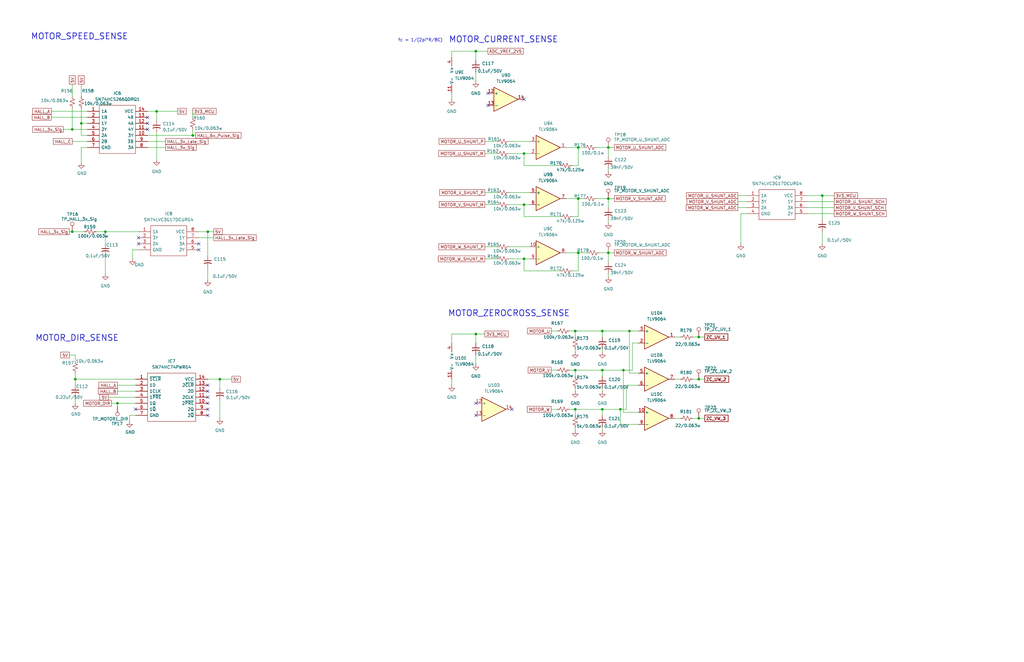
<source format=kicad_sch>
(kicad_sch (version 20250114) (generator "eeschema") (generator_version "9.0")
  (paper "B")
  (lib_symbols
    (symbol "Amplifier_Operational:TLV9064" (pin_names (offset 0.127))
      (property "Reference" "U" (at 0 5.08 0))
      (property "Value" "TLV9064" (at 0 -5.08 0))
      (symbol "TLV9064_1_1"
        (pin input line (at -7.62 2.54 0) (length 2.54) (name "+") (number "3"))
        (pin input line (at -7.62 -2.54 0) (length 2.54) (name "-") (number "2"))
        (pin output line (at 7.62 0 180) (length 2.54) (name "~") (number "1"))
      )
      (symbol "TLV9064_2_1"
        (pin input line (at -7.62 2.54 0) (length 2.54) (name "+") (number "5"))
        (pin input line (at -7.62 -2.54 0) (length 2.54) (name "-") (number "6"))
        (pin output line (at 7.62 0 180) (length 2.54) (name "~") (number "7"))
      )
      (symbol "TLV9064_3_1"
        (pin input line (at -7.62 2.54 0) (length 2.54) (name "+") (number "10"))
        (pin input line (at -7.62 -2.54 0) (length 2.54) (name "-") (number "9"))
        (pin output line (at 7.62 0 180) (length 2.54) (name "~") (number "8"))
      )
      (symbol "TLV9064_4_1"
        (pin input line (at -7.62 2.54 0) (length 2.54) (name "+") (number "12"))
        (pin input line (at -7.62 -2.54 0) (length 2.54) (name "-") (number "13"))
        (pin output line (at 7.62 0 180) (length 2.54) (name "~") (number "14"))
      )
      (symbol "TLV9064_5_1"
        (pin power_in line (at -2.54 7.62 270) (length 3.81) (name "V+") (number "4"))
        (pin power_in line (at -2.54 -7.62 90) (length 3.81) (name "V-") (number "11"))
      )
    )
    (symbol "Connector:TestPoint" (pin_numbers (hide yes)) (pin_names (offset 0.762) (hide yes))
      (property "Reference" "TP" (at 0 6.858 0))
      (property "Value" "TestPoint" (at 0 5.08 0))
      (symbol "TestPoint_1_1"
        (pin passive line (at 0 0 90) (length 2.54) (name "1") (number "1"))
      )
    )
    (symbol "Device:C_Small_US" (pin_numbers (hide yes)) (pin_names (offset 0.254) (hide yes))
      (property "Reference" "C" (at 0.254 1.778 0))
      (property "Value" "C_Small_US" (at 0.254 -2.032 0))
      (symbol "C_Small_US_1_1"
        (pin passive line (at 0 2.54 270) (length 2.032) (name "~") (number "1"))
        (pin passive line (at 0 -2.54 90) (length 2.032) (name "~") (number "2"))
      )
    )
    (symbol "Device:R_Small_US" (pin_numbers (hide yes)) (pin_names (offset 0.254) (hide yes))
      (property "Reference" "R" (at 0.762 0.508 0))
      (property "Value" "R_Small_US" (at 0.762 -1.016 0))
      (symbol "R_Small_US_1_1"
        (pin passive line (at 0 2.54 270) (length 1.016) (name "~") (number "1"))
        (pin passive line (at 0 -2.54 90) (length 1.016) (name "~") (number "2"))
      )
    )
    (symbol "SamacSys_Parts:SN74HC74PWRG4" (pin_names (offset 0.762))
      (property "Reference" "IC" (at 26.67 7.62 0))
      (property "Value" "SN74HC74PWRG4" (at 26.67 5.08 0))
      (symbol "SN74HC74PWRG4_0_0"
        (pin passive line (at 0 0 0) (length 5.08) (name "~{1CLR}") (number "1"))
        (pin passive line (at 0 -2.54 0) (length 5.08) (name "1D") (number "2"))
        (pin passive line (at 0 -5.08 0) (length 5.08) (name "1CLK") (number "3"))
        (pin passive line (at 0 -7.62 0) (length 5.08) (name "1~{PRE}") (number "4"))
        (pin passive line (at 0 -10.16 0) (length 5.08) (name "1Q") (number "5"))
        (pin passive line (at 0 -12.7 0) (length 5.08) (name "1~{Q}") (number "6"))
        (pin passive line (at 0 -15.24 0) (length 5.08) (name "GND") (number "7"))
        (pin passive line (at 30.48 0 180) (length 5.08) (name "VCC") (number "14"))
        (pin passive line (at 30.48 -2.54 180) (length 5.08) (name "2~{CLR}") (number "13"))
        (pin passive line (at 30.48 -5.08 180) (length 5.08) (name "2D") (number "12"))
        (pin passive line (at 30.48 -7.62 180) (length 5.08) (name "2CLK") (number "11"))
        (pin passive line (at 30.48 -10.16 180) (length 5.08) (name "2~{PRE}") (number "10"))
        (pin passive line (at 30.48 -12.7 180) (length 5.08) (name "2Q") (number "9"))
        (pin passive line (at 30.48 -15.24 180) (length 5.08) (name "2~{Q}") (number "8"))
      )
    )
    (symbol "SamacSys_Parts:SN74HCS266QDRQ1" (pin_names (offset 0.762))
      (property "Reference" "IC" (at 21.59 7.62 0))
      (property "Value" "SN74HCS266QDRQ1" (at 21.59 5.08 0))
      (symbol "SN74HCS266QDRQ1_0_0"
        (pin passive line (at 0 0 0) (length 5.08) (name "1A") (number "1"))
        (pin passive line (at 0 -2.54 0) (length 5.08) (name "1B") (number "2"))
        (pin passive line (at 0 -5.08 0) (length 5.08) (name "1Y") (number "3"))
        (pin passive line (at 0 -7.62 0) (length 5.08) (name "2Y") (number "4"))
        (pin passive line (at 0 -10.16 0) (length 5.08) (name "2A") (number "5"))
        (pin passive line (at 0 -12.7 0) (length 5.08) (name "2B") (number "6"))
        (pin passive line (at 0 -15.24 0) (length 5.08) (name "GND") (number "7"))
        (pin passive line (at 25.4 0 180) (length 5.08) (name "VCC") (number "14"))
        (pin passive line (at 25.4 -2.54 180) (length 5.08) (name "4B") (number "13"))
        (pin passive line (at 25.4 -5.08 180) (length 5.08) (name "4A") (number "12"))
        (pin passive line (at 25.4 -7.62 180) (length 5.08) (name "4Y") (number "11"))
        (pin passive line (at 25.4 -10.16 180) (length 5.08) (name "3Y") (number "10"))
        (pin passive line (at 25.4 -12.7 180) (length 5.08) (name "3B") (number "9"))
        (pin passive line (at 25.4 -15.24 180) (length 5.08) (name "3A") (number "8"))
      )
    )
    (symbol "SamacSys_Parts:SN74LVC3G17DCURG4" (pin_names (offset 0.762))
      (property "Reference" "IC" (at 21.59 7.62 0))
      (property "Value" "SN74LVC3G17DCURG4" (at 21.59 5.08 0))
      (symbol "SN74LVC3G17DCURG4_0_0"
        (pin passive line (at 0 0 0) (length 5.08) (name "1A") (number "1"))
        (pin passive line (at 0 -2.54 0) (length 5.08) (name "3Y") (number "2"))
        (pin passive line (at 0 -5.08 0) (length 5.08) (name "2A") (number "3"))
        (pin passive line (at 0 -7.62 0) (length 5.08) (name "GND") (number "4"))
        (pin passive line (at 25.4 0 180) (length 5.08) (name "VCC") (number "8"))
        (pin passive line (at 25.4 -2.54 180) (length 5.08) (name "1Y") (number "7"))
        (pin passive line (at 25.4 -5.08 180) (length 5.08) (name "3A") (number "6"))
        (pin passive line (at 25.4 -7.62 180) (length 5.08) (name "2Y") (number "5"))
      )
    )
    (symbol "power:GND" (power) (pin_numbers (hide yes)) (pin_names (offset 0) (hide yes))
      (property "Value" "GND" (at 0 -3.81 0))
      (symbol "GND_1_1"
        (pin power_in line (at 0 0 270) (length 0) (name "~") (number "1"))
      )
    )
  )
  (text "MOTOR_SPEED_SENSE" (at 33.528 15.494 0) (effects (font (size 2.54 2.54) (thickness 0.254) (bold yes))))
  (text "MOTOR_DIR_SENSE" (at 32.512 142.748 0) (effects (font (size 2.54 2.54) (thickness 0.254) (bold yes))))
  (text "MOTOR_CURRENT_SENSE" (at 212.344 16.764 0) (effects (font (size 2.54 2.54) (thickness 0.254) (bold yes))))
  (text "fc = 1/(2pi*R/8C)" (at 177.292 17.018 0) (effects (font (size 1.27 1.27))))
  (text "MOTOR_ZEROCROSS_SENSE" (at 214.63 132.334 0) (effects (font (size 2.54 2.54) (thickness 0.254) (bold yes))))
  (junction (at 261.62 172.72))
  (junction (at 254 172.72))
  (junction (at 30.48 54.61))
  (junction (at 66.04 46.99))
  (junction (at 49.53 170.18))
  (junction (at 243.84 83.82))
  (junction (at 346.71 82.55))
  (junction (at 254 139.7))
  (junction (at 200.66 140.97))
  (junction (at 44.45 97.79))
  (junction (at 242.57 172.72))
  (junction (at 220.98 109.22))
  (junction (at 220.98 86.36))
  (junction (at 200.66 21.59))
  (junction (at 30.48 97.79))
  (junction (at 256.54 62.23))
  (junction (at 31.75 160.02))
  (junction (at 243.84 106.68))
  (junction (at 294.64 142.24))
  (junction (at 262.89 156.21))
  (junction (at 220.98 64.77))
  (junction (at 256.54 83.82))
  (junction (at 265.43 139.7))
  (junction (at 92.71 160.02))
  (junction (at 242.57 156.21))
  (junction (at 34.29 52.07))
  (junction (at 294.64 176.53))
  (junction (at 254 156.21))
  (junction (at 81.28 57.15))
  (junction (at 242.57 139.7))
  (junction (at 243.84 62.23))
  (junction (at 294.64 160.02))
  (junction (at 256.54 106.68))
  (junction (at 87.63 97.79))
  (no_connect (at 62.23 52.07))
  (no_connect (at 220.98 41.91))
  (no_connect (at 83.82 102.87))
  (no_connect (at 62.23 49.53))
  (no_connect (at 57.15 172.72))
  (no_connect (at 58.42 102.87))
  (no_connect (at 87.63 175.26))
  (no_connect (at 205.74 44.45))
  (no_connect (at 87.63 162.56))
  (no_connect (at 87.63 172.72))
  (no_connect (at 87.63 170.18))
  (no_connect (at 215.9 172.72))
  (no_connect (at 58.42 100.33))
  (no_connect (at 62.23 54.61))
  (no_connect (at 83.82 105.41))
  (no_connect (at 200.66 170.18))
  (no_connect (at 205.74 39.37))
  (no_connect (at 200.66 175.26))
  (no_connect (at 87.63 165.1))
  (no_connect (at 87.63 167.64))
  (wire (pts (xy 26.67 54.61) (xy 30.48 54.61)))
  (wire (pts (xy 55.88 105.41) (xy 58.42 105.41)))
  (wire (pts (xy 204.47 104.14) (xy 209.55 104.14)))
  (wire (pts (xy 236.22 69.85) (xy 220.98 69.85)))
  (wire (pts (xy 340.36 85.09) (xy 351.79 85.09)))
  (wire (pts (xy 254 172.72) (xy 242.57 172.72)))
  (wire (pts (xy 254 158.75) (xy 254 156.21)))
  (wire (pts (xy 256.54 106.68) (xy 259.08 106.68)))
  (wire (pts (xy 340.36 90.17) (xy 351.79 90.17)))
  (wire (pts (xy 66.04 50.8) (xy 66.04 46.99)))
  (wire (pts (xy 190.5 160.02) (xy 190.5 162.56)))
  (wire (pts (xy 254 139.7) (xy 242.57 139.7)))
  (wire (pts (xy 294.64 160.02) (xy 297.18 160.02)))
  (wire (pts (xy 87.63 107.95) (xy 87.63 97.79)))
  (wire (pts (xy 81.28 46.99) (xy 81.28 49.53)))
  (wire (pts (xy 254 175.26) (xy 254 172.72)))
  (wire (pts (xy 34.29 35.56) (xy 34.29 40.64)))
  (wire (pts (xy 254 142.24) (xy 254 139.7)))
  (wire (pts (xy 30.48 45.72) (xy 30.48 54.61)))
  (wire (pts (xy 236.22 91.44) (xy 220.98 91.44)))
  (wire (pts (xy 238.76 83.82) (xy 243.84 83.82)))
  (wire (pts (xy 265.43 139.7) (xy 254 139.7)))
  (wire (pts (xy 200.66 140.97) (xy 190.5 140.97)))
  (wire (pts (xy 240.03 172.72) (xy 242.57 172.72)))
  (wire (pts (xy 40.64 97.79) (xy 44.45 97.79)))
  (wire (pts (xy 243.84 83.82) (xy 243.84 91.44)))
  (wire (pts (xy 54.61 177.8) (xy 54.61 175.26)))
  (wire (pts (xy 254 163.83) (xy 254 165.1)))
  (wire (pts (xy 311.15 87.63) (xy 314.96 87.63)))
  (wire (pts (xy 269.24 173.99) (xy 262.89 173.99)))
  (wire (pts (xy 232.41 139.7) (xy 234.95 139.7)))
  (wire (pts (xy 284.48 142.24) (xy 287.02 142.24)))
  (wire (pts (xy 243.84 91.44) (xy 241.3 91.44)))
  (wire (pts (xy 292.1 176.53) (xy 294.64 176.53)))
  (wire (pts (xy 266.7 156.21) (xy 262.89 156.21)))
  (wire (pts (xy 204.47 81.28) (xy 209.55 81.28)))
  (wire (pts (xy 269.24 179.07) (xy 261.62 179.07)))
  (wire (pts (xy 251.46 83.82) (xy 256.54 83.82)))
  (wire (pts (xy 256.54 115.57) (xy 256.54 116.84)))
  (wire (pts (xy 214.63 81.28) (xy 223.52 81.28)))
  (wire (pts (xy 45.72 167.64) (xy 57.15 167.64)))
  (wire (pts (xy 242.57 163.83) (xy 242.57 165.1)))
  (wire (pts (xy 62.23 46.99) (xy 66.04 46.99)))
  (wire (pts (xy 190.5 39.37) (xy 190.5 41.91)))
  (wire (pts (xy 246.38 83.82) (xy 243.84 83.82)))
  (wire (pts (xy 62.23 59.69) (xy 69.85 59.69)))
  (wire (pts (xy 214.63 109.22) (xy 220.98 109.22)))
  (wire (pts (xy 205.74 21.59) (xy 200.66 21.59)))
  (wire (pts (xy 340.36 87.63) (xy 351.79 87.63)))
  (wire (pts (xy 220.98 69.85) (xy 220.98 64.77)))
  (wire (pts (xy 29.21 97.79) (xy 30.48 97.79)))
  (wire (pts (xy 87.63 97.79) (xy 90.17 97.79)))
  (wire (pts (xy 262.89 156.21) (xy 254 156.21)))
  (wire (pts (xy 200.66 149.86) (xy 200.66 153.67)))
  (wire (pts (xy 243.84 106.68) (xy 243.84 114.3)))
  (wire (pts (xy 236.22 114.3) (xy 220.98 114.3)))
  (wire (pts (xy 62.23 62.23) (xy 69.85 62.23)))
  (wire (pts (xy 294.64 142.24) (xy 297.18 142.24)))
  (wire (pts (xy 44.45 97.79) (xy 44.45 102.87)))
  (wire (pts (xy 204.47 64.77) (xy 209.55 64.77)))
  (wire (pts (xy 66.04 46.99) (xy 74.93 46.99)))
  (wire (pts (xy 204.47 59.69) (xy 209.55 59.69)))
  (wire (pts (xy 34.29 45.72) (xy 34.29 52.07)))
  (wire (pts (xy 30.48 35.56) (xy 30.48 40.64)))
  (wire (pts (xy 49.53 162.56) (xy 57.15 162.56)))
  (wire (pts (xy 256.54 66.04) (xy 256.54 62.23)))
  (wire (pts (xy 292.1 160.02) (xy 294.64 160.02)))
  (wire (pts (xy 220.98 91.44) (xy 220.98 86.36)))
  (wire (pts (xy 190.5 140.97) (xy 190.5 144.78)))
  (wire (pts (xy 294.64 176.53) (xy 297.18 176.53)))
  (wire (pts (xy 49.53 170.18) (xy 57.15 170.18)))
  (wire (pts (xy 284.48 160.02) (xy 287.02 160.02)))
  (wire (pts (xy 55.88 109.22) (xy 55.88 105.41)))
  (wire (pts (xy 262.89 173.99) (xy 262.89 156.21)))
  (wire (pts (xy 243.84 69.85) (xy 243.84 62.23)))
  (wire (pts (xy 243.84 114.3) (xy 241.3 114.3)))
  (wire (pts (xy 36.83 52.07) (xy 34.29 52.07)))
  (wire (pts (xy 256.54 62.23) (xy 259.08 62.23)))
  (wire (pts (xy 31.75 167.64) (xy 31.75 170.18)))
  (wire (pts (xy 214.63 64.77) (xy 220.98 64.77)))
  (wire (pts (xy 190.5 21.59) (xy 190.5 24.13)))
  (wire (pts (xy 340.36 82.55) (xy 346.71 82.55)))
  (wire (pts (xy 232.41 156.21) (xy 234.95 156.21)))
  (wire (pts (xy 238.76 62.23) (xy 243.84 62.23)))
  (wire (pts (xy 21.59 46.99) (xy 36.83 46.99)))
  (wire (pts (xy 92.71 168.91) (xy 92.71 176.53)))
  (wire (pts (xy 204.47 86.36) (xy 209.55 86.36)))
  (wire (pts (xy 311.15 82.55) (xy 314.96 82.55)))
  (wire (pts (xy 34.29 68.58) (xy 34.29 62.23)))
  (wire (pts (xy 81.28 57.15) (xy 82.55 57.15)))
  (wire (pts (xy 21.59 49.53) (xy 36.83 49.53)))
  (wire (pts (xy 238.76 106.68) (xy 243.84 106.68)))
  (wire (pts (xy 83.82 100.33) (xy 90.17 100.33)))
  (wire (pts (xy 242.57 156.21) (xy 242.57 158.75)))
  (wire (pts (xy 346.71 92.71) (xy 346.71 82.55)))
  (wire (pts (xy 81.28 54.61) (xy 81.28 57.15)))
  (wire (pts (xy 220.98 64.77) (xy 223.52 64.77)))
  (wire (pts (xy 269.24 157.48) (xy 265.43 157.48)))
  (wire (pts (xy 31.75 160.02) (xy 57.15 160.02)))
  (wire (pts (xy 252.73 106.68) (xy 256.54 106.68)))
  (wire (pts (xy 256.54 92.71) (xy 256.54 93.98)))
  (wire (pts (xy 34.29 52.07) (xy 34.29 57.15)))
  (wire (pts (xy 240.03 156.21) (xy 242.57 156.21)))
  (wire (pts (xy 46.99 170.18) (xy 49.53 170.18)))
  (wire (pts (xy 92.71 163.83) (xy 92.71 160.02)))
  (wire (pts (xy 242.57 139.7) (xy 242.57 142.24)))
  (wire (pts (xy 200.66 25.4) (xy 200.66 21.59)))
  (wire (pts (xy 49.53 165.1) (xy 57.15 165.1)))
  (wire (pts (xy 240.03 139.7) (xy 242.57 139.7)))
  (wire (pts (xy 214.63 104.14) (xy 223.52 104.14)))
  (wire (pts (xy 265.43 139.7) (xy 269.24 139.7)))
  (wire (pts (xy 204.47 109.22) (xy 209.55 109.22)))
  (wire (pts (xy 256.54 72.39) (xy 256.54 71.12)))
  (wire (pts (xy 200.66 21.59) (xy 190.5 21.59)))
  (wire (pts (xy 264.16 162.56) (xy 264.16 172.72)))
  (wire (pts (xy 54.61 175.26) (xy 57.15 175.26)))
  (wire (pts (xy 266.7 144.78) (xy 266.7 156.21)))
  (wire (pts (xy 254 156.21) (xy 242.57 156.21)))
  (wire (pts (xy 346.71 97.79) (xy 346.71 102.87)))
  (wire (pts (xy 87.63 160.02) (xy 92.71 160.02)))
  (wire (pts (xy 312.42 90.17) (xy 314.96 90.17)))
  (wire (pts (xy 220.98 86.36) (xy 223.52 86.36)))
  (wire (pts (xy 83.82 97.79) (xy 87.63 97.79)))
  (wire (pts (xy 34.29 62.23) (xy 36.83 62.23)))
  (wire (pts (xy 242.57 147.32) (xy 242.57 148.59)))
  (wire (pts (xy 284.48 176.53) (xy 287.02 176.53)))
  (wire (pts (xy 34.29 57.15) (xy 36.83 57.15)))
  (wire (pts (xy 30.48 97.79) (xy 35.56 97.79)))
  (wire (pts (xy 265.43 157.48) (xy 265.43 139.7)))
  (wire (pts (xy 256.54 83.82) (xy 259.08 83.82)))
  (wire (pts (xy 92.71 160.02) (xy 97.79 160.02)))
  (wire (pts (xy 292.1 142.24) (xy 294.64 142.24)))
  (wire (pts (xy 346.71 82.55) (xy 351.79 82.55)))
  (wire (pts (xy 220.98 109.22) (xy 220.98 114.3)))
  (wire (pts (xy 242.57 180.34) (xy 242.57 181.61)))
  (wire (pts (xy 66.04 55.88) (xy 66.04 67.31)))
  (wire (pts (xy 269.24 144.78) (xy 266.7 144.78)))
  (wire (pts (xy 200.66 144.78) (xy 200.66 140.97)))
  (wire (pts (xy 269.24 162.56) (xy 264.16 162.56)))
  (wire (pts (xy 246.38 62.23) (xy 243.84 62.23)))
  (wire (pts (xy 31.75 160.02) (xy 31.75 162.56)))
  (wire (pts (xy 261.62 172.72) (xy 254 172.72)))
  (wire (pts (xy 30.48 54.61) (xy 36.83 54.61)))
  (wire (pts (xy 311.15 85.09) (xy 314.96 85.09)))
  (wire (pts (xy 232.41 172.72) (xy 234.95 172.72)))
  (wire (pts (xy 251.46 62.23) (xy 256.54 62.23)))
  (wire (pts (xy 256.54 110.49) (xy 256.54 106.68)))
  (wire (pts (xy 264.16 172.72) (xy 261.62 172.72)))
  (wire (pts (xy 220.98 109.22) (xy 223.52 109.22)))
  (wire (pts (xy 261.62 179.07) (xy 261.62 172.72)))
  (wire (pts (xy 242.57 172.72) (xy 242.57 175.26)))
  (wire (pts (xy 214.63 86.36) (xy 220.98 86.36)))
  (wire (pts (xy 31.75 157.48) (xy 31.75 160.02)))
  (wire (pts (xy 62.23 57.15) (xy 81.28 57.15)))
  (wire (pts (xy 29.21 149.86) (xy 31.75 149.86)))
  (wire (pts (xy 87.63 113.03) (xy 87.63 118.11)))
  (wire (pts (xy 254 180.34) (xy 254 181.61)))
  (wire (pts (xy 247.65 106.68) (xy 243.84 106.68)))
  (wire (pts (xy 31.75 149.86) (xy 31.75 152.4)))
  (wire (pts (xy 254 147.32) (xy 254 148.59)))
  (wire (pts (xy 241.3 69.85) (xy 243.84 69.85)))
  (wire (pts (xy 49.53 171.45) (xy 49.53 170.18)))
  (wire (pts (xy 30.48 59.69) (xy 36.83 59.69)))
  (wire (pts (xy 44.45 107.95) (xy 44.45 115.57)))
  (wire (pts (xy 204.47 140.97) (xy 200.66 140.97)))
  (wire (pts (xy 214.63 59.69) (xy 223.52 59.69)))
  (wire (pts (xy 312.42 102.87) (xy 312.42 90.17)))
  (wire (pts (xy 256.54 87.63) (xy 256.54 83.82)))
  (wire (pts (xy 44.45 97.79) (xy 58.42 97.79)))
  (wire (pts (xy 200.66 30.48) (xy 200.66 34.29)))
  (global_label "MOTOR_W" (shape passive) (at 232.41 172.72 180) (property "Intersheetrefs" "${INTERSHEET_REFS}" (effects (hide yes))))
  (global_label "5V" (shape passive) (at 97.79 160.02 0) (property "Intersheetrefs" "${INTERSHEET_REFS}" (effects (hide yes))))
  (global_label "MOTOR_V" (shape passive) (at 232.41 156.21 180) (property "Intersheetrefs" "${INTERSHEET_REFS}" (effects (hide yes))))
  (global_label "MOTOR_V_SHUNT_ADC" (shape passive) (at 259.08 83.82 0) (property "Intersheetrefs" "${INTERSHEET_REFS}" (effects (hide yes))))
  (global_label "MOTOR_U_SHUNT_SCH" (shape passive) (at 351.79 85.09 0) (property "Intersheetrefs" "${INTERSHEET_REFS}" (effects (hide yes))))
  (global_label "ADC_VREF_2V5" (shape passive) (at 205.74 21.59 0) (property "Intersheetrefs" "${INTERSHEET_REFS}" (effects (hide yes))))
  (global_label "MOTOR_W_SHUNT_ADC" (shape passive) (at 311.15 87.63 180) (property "Intersheetrefs" "${INTERSHEET_REFS}" (effects (hide yes))))
  (global_label "MOTOR_W_SHUNT_M" (shape passive) (at 204.47 109.22 180) (property "Intersheetrefs" "${INTERSHEET_REFS}" (effects (hide yes))))
  (global_label "5V" (shape passive) (at 29.21 149.86 180) (property "Intersheetrefs" "${INTERSHEET_REFS}" (effects (hide yes))))
  (global_label "5V" (shape passive) (at 90.17 97.79 0) (property "Intersheetrefs" "${INTERSHEET_REFS}" (effects (hide yes))))
  (global_label "3V3_MCU" (shape passive) (at 351.79 82.55 0) (property "Intersheetrefs" "${INTERSHEET_REFS}" (effects (hide yes))))
  (global_label "MOTOR_V_SHUNT_ADC" (shape passive) (at 311.15 85.09 180) (property "Intersheetrefs" "${INTERSHEET_REFS}" (effects (hide yes))))
  (global_label "HALL_3x_Late_Sig" (shape passive) (at 90.17 100.33 0) (property "Intersheetrefs" "${INTERSHEET_REFS}" (effects (hide yes))))
  (global_label "MOTOR_V_SHUNT_M" (shape passive) (at 204.47 86.36 180) (property "Intersheetrefs" "${INTERSHEET_REFS}" (effects (hide yes))))
  (global_label "ZC_UV_1" (shape passive) (at 297.18 142.24 0) (effects (font (thickness 0.254) (bold yes))) (property "Intersheetrefs" "${INTERSHEET_REFS}" (effects (hide yes))))
  (global_label "5V" (shape passive) (at 30.48 35.56 90) (property "Intersheetrefs" "${INTERSHEET_REFS}" (effects (hide yes))))
  (global_label "5V" (shape passive) (at 74.93 46.99 0) (property "Intersheetrefs" "${INTERSHEET_REFS}" (effects (hide yes))))
  (global_label "MOTOR_V_SHUNT_P" (shape passive) (at 204.47 81.28 180) (property "Intersheetrefs" "${INTERSHEET_REFS}" (effects (hide yes))))
  (global_label "5V" (shape passive) (at 34.29 35.56 90) (property "Intersheetrefs" "${INTERSHEET_REFS}" (effects (hide yes))))
  (global_label "HALL_3x_Sig" (shape passive) (at 69.85 62.23 0) (property "Intersheetrefs" "${INTERSHEET_REFS}" (effects (hide yes))))
  (global_label "3V3_MCU" (shape passive) (at 204.47 140.97 0) (property "Intersheetrefs" "${INTERSHEET_REFS}" (effects (hide yes))))
  (global_label "ZC_VW_3" (shape passive) (at 297.18 176.53 0) (effects (font (thickness 0.254) (bold yes))) (property "Intersheetrefs" "${INTERSHEET_REFS}" (effects (hide yes))))
  (global_label "HALL_3x_Sig" (shape passive) (at 29.21 97.79 180) (property "Intersheetrefs" "${INTERSHEET_REFS}" (effects (hide yes))))
  (global_label "MOTOR_U_SHUNT_P" (shape passive) (at 204.47 59.69 180) (property "Intersheetrefs" "${INTERSHEET_REFS}" (effects (hide yes))))
  (global_label "MOTOR_U_SHUNT_M" (shape passive) (at 204.47 64.77 180) (property "Intersheetrefs" "${INTERSHEET_REFS}" (effects (hide yes))))
  (global_label "3V3_MCU" (shape passive) (at 81.28 46.99 0) (property "Intersheetrefs" "${INTERSHEET_REFS}" (effects (hide yes))))
  (global_label "HALL_A" (shape passive) (at 21.59 46.99 180) (property "Intersheetrefs" "${INTERSHEET_REFS}" (effects (hide yes))))
  (global_label "MOTOR_W_SHUNT_P" (shape passive) (at 204.47 104.14 180) (property "Intersheetrefs" "${INTERSHEET_REFS}" (effects (hide yes))))
  (global_label "MOTOR_V_SHUNT_SCH" (shape passive) (at 351.79 87.63 0) (property "Intersheetrefs" "${INTERSHEET_REFS}" (effects (hide yes))))
  (global_label "HALL_6x_Pulse_Sig" (shape passive) (at 82.55 57.15 0) (property "Intersheetrefs" "${INTERSHEET_REFS}" (effects (hide yes))))
  (global_label "MOTOR_U" (shape passive) (at 232.41 139.7 180) (property "Intersheetrefs" "${INTERSHEET_REFS}" (effects (hide yes))))
  (global_label "HALL_3x_Sig" (shape passive) (at 26.67 54.61 180) (property "Intersheetrefs" "${INTERSHEET_REFS}" (effects (hide yes))))
  (global_label "MOTOR_W_SHUNT_ADC" (shape passive) (at 259.08 106.68 0) (property "Intersheetrefs" "${INTERSHEET_REFS}" (effects (hide yes))))
  (global_label "MOTOR_DIR" (shape passive) (at 46.99 170.18 180) (property "Intersheetrefs" "${INTERSHEET_REFS}" (effects (hide yes))))
  (global_label "HALL_B" (shape passive) (at 21.59 49.53 180) (property "Intersheetrefs" "${INTERSHEET_REFS}" (effects (hide yes))))
  (global_label "HALL_B" (shape passive) (at 49.53 165.1 180) (property "Intersheetrefs" "${INTERSHEET_REFS}" (effects (hide yes))))
  (global_label "MOTOR_W_SHUNT_SCH" (shape passive) (at 351.79 90.17 0) (property "Intersheetrefs" "${INTERSHEET_REFS}" (effects (hide yes))))
  (global_label "ZC_UW_2" (shape passive) (at 297.18 160.02 0) (effects (font (thickness 0.254) (bold yes))) (property "Intersheetrefs" "${INTERSHEET_REFS}" (effects (hide yes))))
  (global_label "5V" (shape passive) (at 45.72 167.64 180) (property "Intersheetrefs" "${INTERSHEET_REFS}" (effects (hide yes))))
  (global_label "HALL_A" (shape passive) (at 49.53 162.56 180) (property "Intersheetrefs" "${INTERSHEET_REFS}" (effects (hide yes))))
  (global_label "MOTOR_U_SHUNT_ADC" (shape passive) (at 311.15 82.55 180) (property "Intersheetrefs" "${INTERSHEET_REFS}" (effects (hide yes))))
  (global_label "MOTOR_U_SHUNT_ADC" (shape passive) (at 259.08 62.23 0) (property "Intersheetrefs" "${INTERSHEET_REFS}" (effects (hide yes))))
  (global_label "HALL_3x_Late_Sig" (shape passive) (at 69.85 59.69 0) (property "Intersheetrefs" "${INTERSHEET_REFS}" (effects (hide yes))))
  (global_label "HALL_C" (shape passive) (at 30.48 59.69 180) (property "Intersheetrefs" "${INTERSHEET_REFS}" (effects (hide yes))))
  (symbol (lib_id "Device:R_Small_US") (at 289.56 176.53 90) (unit 1)
    (property "Reference" "R181" (at 291.846 173.736 90) (effects (justify left)))
    (property "Value" "22/0.063w" (at 295.402 179.578 90) (effects (justify left)))
    (property "Footprint" "Resistor_SMD:R_0402_1005Metric" (effects (hide yes)))
    (property "Description" "Resistor, small US symbol" (effects (hide yes)))
  )
  (symbol (lib_id "power:GND") (at 31.75 170.18 0) (unit 1)
    (property "Reference" "#PWR0152" (effects (hide yes)))
    (property "Value" "GND" (at 32.004 174.752 0))
    (property "Description" "Power symbol creates a global label with name \"GND\" , ground" (effects (hide yes)))
  )
  (symbol (lib_id "Amplifier_Operational:TLV9064") (at 193.04 152.4 0) (unit 5)
    (property "Reference" "U10" (at 191.77 151.1299 0) (effects (justify left)))
    (property "Value" "TLV9064" (at 191.77 153.6699 0) (effects (justify left)))
    (property "Footprint" "Package_SO:TSSOP-14_4.4x5mm_P0.65mm" (effects (hide yes)))
    (property "Datasheet" "https://www.ti.com/lit/ds/symlink/tlv9064.pdf" (effects (hide yes)))
    (property "Description" "Quad Rail-to-Rail, Operational Amplifiers, 10MHz, SOIC-14/TSSOP-14" (effects (hide yes)))
  )
  (symbol (lib_id "Device:R_Small_US") (at 248.92 83.82 90) (unit 1)
    (property "Reference" "R177" (at 247.142 82.804 90) (effects (justify left)))
    (property "Value" "100/0.1w" (at 254.762 86.106 90) (effects (justify left)))
    (property "Footprint" "Resistor_SMD:R_0402_1005Metric" (effects (hide yes)))
    (property "Description" "Resistor, small US symbol" (effects (hide yes)))
  )
  (symbol (lib_id "Amplifier_Operational:TLV9064") (at 193.04 31.75 0) (unit 5)
    (property "Reference" "U9" (at 191.77 30.4799 0) (effects (justify left)))
    (property "Value" "TLV9064" (at 191.77 33.0199 0) (effects (justify left)))
    (property "Footprint" "Package_SO:TSSOP-14_4.4x5mm_P0.65mm" (effects (hide yes)))
    (property "Datasheet" "https://www.ti.com/lit/ds/symlink/tlv9064.pdf" (effects (hide yes)))
    (property "Description" "Quad Rail-to-Rail, Operational Amplifiers, 10MHz, SOIC-14/TSSOP-14" (effects (hide yes)))
  )
  (symbol (lib_id "Amplifier_Operational:TLV9064") (at 276.86 176.53 0) (unit 3)
    (property "Reference" "U10" (at 276.86 166.37 0))
    (property "Value" "TLV9064" (at 276.86 168.91 0))
    (property "Footprint" "Package_SO:TSSOP-14_4.4x5mm_P0.65mm" (effects (hide yes)))
    (property "Datasheet" "https://www.ti.com/lit/ds/symlink/tlv9064.pdf" (effects (hide yes)))
    (property "Description" "Quad Rail-to-Rail, Operational Amplifiers, 10MHz, SOIC-14/TSSOP-14" (effects (hide yes)))
  )
  (symbol (lib_id "power:GND") (at 44.45 115.57 0) (unit 1)
    (property "Reference" "#PWR0154" (effects (hide yes)))
    (property "Value" "GND" (at 44.45 120.65 0))
    (property "Description" "Power symbol creates a global label with name \"GND\" , ground" (effects (hide yes)))
  )
  (symbol (lib_id "Device:C_Small_US") (at 44.45 105.41 0) (unit 1)
    (property "Reference" "C113" (at 44.704 103.378 0) (effects (justify left)))
    (property "Value" "0.1uF/50V" (at 36.068 107.95 0) (effects (justify left)))
    (property "Footprint" "Capacitor_SMD:C_0603_1608Metric" (effects (hide yes)))
    (property "Description" "capacitor, small US symbol" (effects (hide yes)))
  )
  (symbol (lib_id "power:GND") (at 87.63 118.11 0) (unit 1)
    (property "Reference" "#PWR0158" (effects (hide yes)))
    (property "Value" "GND" (at 87.63 123.19 0))
    (property "Description" "Power symbol creates a global label with name \"GND\" , ground" (effects (hide yes)))
  )
  (symbol (lib_id "Device:C_Small_US") (at 200.66 27.94 0) (unit 1)
    (property "Reference" "C117" (at 203.2 26.7969 0) (effects (justify left)))
    (property "Value" "0.1uF/50V" (at 201.422 29.972 0) (effects (justify left)))
    (property "Footprint" "Capacitor_SMD:C_0603_1608Metric" (effects (hide yes)))
    (property "Description" "capacitor, small US symbol" (effects (hide yes)))
  )
  (symbol (lib_id "Device:R_Small_US") (at 38.1 97.79 90) (unit 1)
    (property "Reference" "R159" (at 40.386 95.758 90) (effects (justify left)))
    (property "Value" "100k/0.063w" (at 45.72 99.568 90) (effects (justify left)))
    (property "Footprint" "Resistor_SMD:R_0402_1005Metric" (effects (hide yes)))
    (property "Description" "Resistor, small US symbol" (effects (hide yes)))
  )
  (symbol (lib_id "power:GND") (at 254 181.61 0) (unit 1)
    (property "Reference" "#PWR0169" (effects (hide yes)))
    (property "Value" "GND" (at 254 186.69 0))
    (property "Description" "Power symbol creates a global label with name \"GND\" , ground" (effects (hide yes)))
  )
  (symbol (lib_id "SamacSys_Parts:SN74HCS266QDRQ1") (at 36.83 46.99 0) (unit 1)
    (property "Reference" "IC6" (at 49.53 39.37 0))
    (property "Value" "SN74HCS266QDRQ1" (at 49.53 41.91 0))
    (property "Footprint" "SamacSys_Parts_Project:SOIC127P600X175-14N" (effects (hide yes)))
    (property "Datasheet" "https://www.ti.com/lit/gpn/SN74HCS266-Q1" (effects (hide yes)))
    (property "Description" "Logic Gates Automotive Schmitt-trigger inputs quadruple 2-input Exclusive-NOR gates with open-drain outputs 14-SOIC -40 to 125" (effects (hide yes)))
    (property "Description_1" "Logic Gates Automotive Schmitt-trigger inputs quadruple 2-input Exclusive-NOR gates with open-drain outputs 14-SOIC -40 to 125" (effects (hide yes)))
    (property "Height" "1.75" (effects (hide yes)))
    (property "Manufacturer_Name" "Texas Instruments" (effects (hide yes)))
    (property "Manufacturer_Part_Number" "SN74HCS266QDRQ1" (effects (hide yes)))
    (property "Mouser Part Number" "595-SN74HCS266QDRQ1" (effects (hide yes)))
    (property "Mouser Price/Stock" "https://www.mouser.co.uk/ProductDetail/Texas-Instruments/SN74HCS266QDRQ1?qs=wnTfsH77Xs62exod%252Bx9jRQ%3D%3D" (effects (hide yes)))
    (property "Arrow Part Number" "SN74HCS266QDRQ1" (effects (hide yes)))
    (property "Arrow Price/Stock" "https://www.arrow.com/en/products/sn74hcs266qdrq1/texas-instruments?utm_currency=USD&region=nac" (effects (hide yes)))
  )
  (symbol (lib_id "Amplifier_Operational:TLV9064") (at 276.86 160.02 0) (unit 2)
    (property "Reference" "U10" (at 276.86 149.86 0))
    (property "Value" "TLV9064" (at 276.86 152.4 0))
    (property "Footprint" "Package_SO:TSSOP-14_4.4x5mm_P0.65mm" (effects (hide yes)))
    (property "Datasheet" "https://www.ti.com/lit/ds/symlink/tlv9064.pdf" (effects (hide yes)))
    (property "Description" "Quad Rail-to-Rail, Operational Amplifiers, 10MHz, SOIC-14/TSSOP-14" (effects (hide yes)))
  )
  (symbol (lib_id "power:GND") (at 190.5 41.91 0) (unit 1)
    (property "Reference" "#PWR0160" (effects (hide yes)))
    (property "Value" "GND" (at 190.5 46.99 0))
    (property "Description" "Power symbol creates a global label with name \"GND\" , ground" (effects (hide yes)))
  )
  (symbol (lib_id "power:GND") (at 200.66 153.67 0) (unit 1)
    (property "Reference" "#PWR0163" (effects (hide yes)))
    (property "Value" "GND" (at 200.66 158.75 0))
    (property "Description" "Power symbol creates a global label with name \"GND\" , ground" (effects (hide yes)))
  )
  (symbol (lib_id "Device:R_Small_US") (at 31.75 154.94 180) (unit 1)
    (property "Reference" "R157" (at 31.242 153.162 0) (effects (justify left)))
    (property "Value" "10k/0.063w" (at 43.688 152.4 0) (effects (justify left)))
    (property "Footprint" "Resistor_SMD:R_0402_1005Metric" (effects (hide yes)))
    (property "Description" "Resistor, small US symbol" (effects (hide yes)))
  )
  (symbol (lib_id "power:GND") (at 254 165.1 0) (unit 1)
    (property "Reference" "#PWR0168" (effects (hide yes)))
    (property "Value" "GND" (at 254 170.18 0))
    (property "Description" "Power symbol creates a global label with name \"GND\" , ground" (effects (hide yes)))
  )
  (symbol (lib_id "SamacSys_Parts:SN74HC74PWRG4") (at 57.15 160.02 0) (unit 1)
    (property "Reference" "IC7" (at 72.39 152.4 0))
    (property "Value" "SN74HC74PWRG4" (at 72.39 154.94 0))
    (property "Footprint" "SamacSys_Parts_Project:SOP65P640X120-14N" (effects (hide yes)))
    (property "Datasheet" "https://www.ti.com/general/docs/suppproductinfo.tsp?distId=10&gotoUrl=https%3A%2F%2Fwww.ti.com%2Flit%2Fgpn%2Fsn74hc74" (effects (hide yes)))
    (property "Description" "Flip Flop D-Type Pos-Edge 2-Element 14-Pin TSSOP T/R" (effects (hide yes)))
    (property "Description_1" "Flip Flop D-Type Pos-Edge 2-Element 14-Pin TSSOP T/R" (effects (hide yes)))
    (property "Height" "1.2" (effects (hide yes)))
    (property "Manufacturer_Name" "Texas Instruments" (effects (hide yes)))
    (property "Manufacturer_Part_Number" "SN74HC74PWRG4" (effects (hide yes)))
    (property "Mouser Part Number" "595-SN74HC74PWRG4" (effects (hide yes)))
    (property "Mouser Price/Stock" "https://www.mouser.co.uk/ProductDetail/Texas-Instruments/SN74HC74PWRG4?qs=AgY10sKTvDL68yCkWP1iaQ%3D%3D" (effects (hide yes)))
    (property "Arrow Part Number" "SN74HC74PWRG4" (effects (hide yes)))
    (property "Arrow Price/Stock" "https://www.arrow.com/en/products/sn74hc74pwrg4/texas-instruments" (effects (hide yes)))
  )
  (symbol (lib_id "power:GND") (at 256.54 116.84 0) (unit 1)
    (property "Reference" "#PWR0172" (effects (hide yes)))
    (property "Value" "GND" (at 256.54 121.92 0))
    (property "Description" "Power symbol creates a global label with name \"GND\" , ground" (effects (hide yes)))
  )
  (symbol (lib_id "Device:C_Small_US") (at 31.75 165.1 0) (unit 1)
    (property "Reference" "C112" (at 32.004 163.068 0) (effects (justify left)))
    (property "Value" "0.22uF/50V" (at 23.368 167.64 0) (effects (justify left)))
    (property "Footprint" "Capacitor_SMD:C_0603_1608Metric" (effects (hide yes)))
    (property "Description" "capacitor, small US symbol" (effects (hide yes)))
  )
  (symbol (lib_id "Amplifier_Operational:TLV9064") (at 208.28 172.72 0) (unit 4)
    (property "Reference" "U10" (at 208.28 162.56 0))
    (property "Value" "TLV9064" (at 208.28 165.1 0))
    (property "Footprint" "Package_SO:TSSOP-14_4.4x5mm_P0.65mm" (effects (hide yes)))
    (property "Datasheet" "https://www.ti.com/lit/ds/symlink/tlv9064.pdf" (effects (hide yes)))
    (property "Description" "Quad Rail-to-Rail, Operational Amplifiers, 10MHz, SOIC-14/TSSOP-14" (effects (hide yes)))
  )
  (symbol (lib_id "Device:R_Small_US") (at 34.29 43.18 180) (unit 1)
    (property "Reference" "R158" (at 39.624 38.354 0) (effects (justify left)))
    (property "Value" "10k/0.063w" (at 47.244 43.688 0) (effects (justify left)))
    (property "Footprint" "Resistor_SMD:R_0402_1005Metric" (effects (hide yes)))
    (property "Description" "Resistor, small US symbol" (effects (hide yes)))
  )
  (symbol (lib_id "Connector:TestPoint") (at 30.48 97.79 0) (unit 1)
    (property "Reference" "TP16" (at 28.194 90.424 0) (effects (justify left)))
    (property "Value" "TP_HALL_3x_Sig" (at 25.908 92.456 0) (effects (justify left)))
    (property "Footprint" "TestPoint:TestPoint_Pad_D1.5mm" (effects (hide yes)))
    (property "Description" "test point" (effects (hide yes)))
  )
  (symbol (lib_id "Device:R_Small_US") (at 242.57 144.78 0) (unit 1)
    (property "Reference" "R173" (at 243.078 142.748 0) (effects (justify left)))
    (property "Value" "5k/0.063w" (at 243.078 146.812 0) (effects (justify left)))
    (property "Footprint" "Resistor_SMD:R_0402_1005Metric" (effects (hide yes)))
    (property "Description" "Resistor, small US symbol" (effects (hide yes)))
  )
  (symbol (lib_id "Connector:TestPoint") (at 256.54 106.68 0) (unit 1)
    (property "Reference" "TP20" (at 259.08 102.1079 0) (effects (justify left)))
    (property "Value" "TP_MOTOR_W_SHUNT_ADC" (at 258.826 103.378 0) (effects (justify left)))
    (property "Footprint" "TestPoint:TestPoint_Pad_D1.5mm" (effects (hide yes)))
    (property "Description" "test point" (effects (hide yes)))
  )
  (symbol (lib_id "power:GND") (at 55.88 109.22 0) (unit 1)
    (property "Reference" "#PWR0156" (effects (hide yes)))
    (property "Value" "GND" (at 58.674 111.76 0))
    (property "Description" "Power symbol creates a global label with name \"GND\" , ground" (effects (hide yes)))
  )
  (symbol (lib_id "power:GND") (at 200.66 34.29 0) (unit 1)
    (property "Reference" "#PWR0162" (effects (hide yes)))
    (property "Value" "GND" (at 200.66 39.37 0))
    (property "Description" "Power symbol creates a global label with name \"GND\" , ground" (effects (hide yes)))
  )
  (symbol (lib_id "Device:R_Small_US") (at 250.19 106.68 90) (unit 1)
    (property "Reference" "R178" (at 248.412 105.664 90) (effects (justify left)))
    (property "Value" "100/0.1w" (at 254.508 108.966 90) (effects (justify left)))
    (property "Footprint" "Resistor_SMD:R_0402_1005Metric" (effects (hide yes)))
    (property "Description" "Resistor, small US symbol" (effects (hide yes)))
  )
  (symbol (lib_id "power:GND") (at 54.61 177.8 0) (unit 1)
    (property "Reference" "#PWR0155" (effects (hide yes)))
    (property "Value" "GND" (at 54.864 182.372 0))
    (property "Description" "Power symbol creates a global label with name \"GND\" , ground" (effects (hide yes)))
  )
  (symbol (lib_id "Connector:TestPoint") (at 294.64 160.02 0) (unit 1)
    (property "Reference" "TP22" (at 297.18 155.4479 0) (effects (justify left)))
    (property "Value" "TP_ZC_UW_2" (at 296.926 156.718 0) (effects (justify left)))
    (property "Footprint" "TestPoint:TestPoint_Pad_D1.5mm" (effects (hide yes)))
    (property "Description" "test point" (effects (hide yes)))
  )
  (symbol (lib_id "Device:C_Small_US") (at 254 144.78 0) (unit 1)
    (property "Reference" "C119" (at 256.54 143.6369 0) (effects (justify left)))
    (property "Value" "0.1uF/50V" (at 254.762 146.812 0) (effects (justify left)))
    (property "Footprint" "Capacitor_SMD:C_0603_1608Metric" (effects (hide yes)))
    (property "Description" "capacitor, small US symbol" (effects (hide yes)))
  )
  (symbol (lib_id "Connector:TestPoint") (at 294.64 142.24 0) (unit 1)
    (property "Reference" "TP21" (at 296.926 137.16 0) (effects (justify left)))
    (property "Value" "TP_ZC_UV_1" (at 296.926 138.938 0) (effects (justify left)))
    (property "Footprint" "TestPoint:TestPoint_Pad_D1.5mm" (effects (hide yes)))
    (property "Description" "test point" (effects (hide yes)))
  )
  (symbol (lib_id "SamacSys_Parts:SN74LVC3G17DCURG4") (at 58.42 97.79 0) (unit 1)
    (property "Reference" "IC8" (at 71.12 90.17 0))
    (property "Value" "SN74LVC3G17DCURG4" (at 71.12 92.71 0))
    (property "Footprint" "SamacSys_Parts_Project:SOP50P310X90-8N" (effects (hide yes)))
    (property "Datasheet" "http://www.ti.com/lit/gpn/SN74LVC3G17" (effects (hide yes)))
    (property "Description" "TRIPLE SCHMITT-TRIGGER BUFFER" (effects (hide yes)))
    (property "Description_1" "TRIPLE SCHMITT-TRIGGER BUFFER" (effects (hide yes)))
    (property "Height" "0.9" (effects (hide yes)))
    (property "Manufacturer_Name" "Texas Instruments" (effects (hide yes)))
    (property "Manufacturer_Part_Number" "SN74LVC3G17DCURG4" (effects (hide yes)))
    (property "Mouser Part Number" "595-74LVC3G17DCURG4" (effects (hide yes)))
    (property "Mouser Price/Stock" "https://www.mouser.co.uk/ProductDetail/Texas-Instruments/SN74LVC3G17DCURG4?qs=0smPjiIwnfKgD80d51RvQw%3D%3D" (effects (hide yes)))
    (property "Arrow Part Number" "SN74LVC3G17DCURG4" (effects (hide yes)))
    (property "Arrow Price/Stock" "https://www.arrow.com/en/products/sn74lvc3g17dcurg4/texas-instruments?utm_currency=USD&region=nac" (effects (hide yes)))
  )
  (symbol (lib_id "Device:R_Small_US") (at 248.92 62.23 90) (unit 1)
    (property "Reference" "R176" (at 247.142 61.214 90) (effects (justify left)))
    (property "Value" "100/0.1w" (at 254.762 64.516 90) (effects (justify left)))
    (property "Footprint" "Resistor_SMD:R_0402_1005Metric" (effects (hide yes)))
    (property "Description" "Resistor, small US symbol" (effects (hide yes)))
  )
  (symbol (lib_id "power:GND") (at 254 148.59 0) (unit 1)
    (property "Reference" "#PWR0167" (effects (hide yes)))
    (property "Value" "GND" (at 254 153.67 0))
    (property "Description" "Power symbol creates a global label with name \"GND\" , ground" (effects (hide yes)))
  )
  (symbol (lib_id "Amplifier_Operational:TLV9064") (at 231.14 62.23 0) (unit 1)
    (property "Reference" "U9" (at 231.14 52.07 0))
    (property "Value" "TLV9064" (at 231.14 54.61 0))
    (property "Footprint" "Package_SO:TSSOP-14_4.4x5mm_P0.65mm" (effects (hide yes)))
    (property "Datasheet" "https://www.ti.com/lit/ds/symlink/tlv9064.pdf" (effects (hide yes)))
    (property "Description" "Quad Rail-to-Rail, Operational Amplifiers, 10MHz, SOIC-14/TSSOP-14" (effects (hide yes)))
  )
  (symbol (lib_id "Device:R_Small_US") (at 238.76 91.44 90) (unit 1)
    (property "Reference" "R171" (at 236.982 90.424 90) (effects (justify left)))
    (property "Value" "47k/0.125w" (at 246.38 93.218 90) (effects (justify left)))
    (property "Footprint" "Resistor_SMD:R_0402_1005Metric" (effects (hide yes)))
    (property "Description" "Resistor, small US symbol" (effects (hide yes)))
  )
  (symbol (lib_id "Device:C_Small_US") (at 92.71 166.37 0) (unit 1)
    (property "Reference" "C116" (at 95.25 165.2269 0) (effects (justify left)))
    (property "Value" "0.1uF/50V" (at 95.25 167.7669 0) (effects (justify left)))
    (property "Footprint" "Capacitor_SMD:C_0603_1608Metric" (effects (hide yes)))
    (property "Description" "capacitor, small US symbol" (effects (hide yes)))
  )
  (symbol (lib_id "power:GND") (at 242.57 148.59 0) (unit 1)
    (property "Reference" "#PWR0164" (effects (hide yes)))
    (property "Value" "GND" (at 242.57 153.67 0))
    (property "Description" "Power symbol creates a global label with name \"GND\" , ground" (effects (hide yes)))
  )
  (symbol (lib_id "Device:R_Small_US") (at 212.09 109.22 90) (unit 1)
    (property "Reference" "R166" (at 210.566 108.204 90) (effects (justify left)))
    (property "Value" "10k/0.063w" (at 219.71 110.998 90) (effects (justify left)))
    (property "Footprint" "Resistor_SMD:R_0402_1005Metric" (effects (hide yes)))
    (property "Description" "Resistor, small US symbol" (effects (hide yes)))
  )
  (symbol (lib_id "Connector:TestPoint") (at 294.64 176.53 0) (unit 1)
    (property "Reference" "TP23" (at 297.18 171.9579 0) (effects (justify left)))
    (property "Value" "TP_ZC_VW_3" (at 296.926 173.228 0) (effects (justify left)))
    (property "Footprint" "TestPoint:TestPoint_Pad_D1.5mm" (effects (hide yes)))
    (property "Description" "test point" (effects (hide yes)))
  )
  (symbol (lib_id "power:GND") (at 242.57 165.1 0) (unit 1)
    (property "Reference" "#PWR0165" (effects (hide yes)))
    (property "Value" "GND" (at 242.57 170.18 0))
    (property "Description" "Power symbol creates a global label with name \"GND\" , ground" (effects (hide yes)))
  )
  (symbol (lib_id "power:GND") (at 92.71 176.53 0) (unit 1)
    (property "Reference" "#PWR0159" (effects (hide yes)))
    (property "Value" "GND" (at 92.71 181.61 0))
    (property "Description" "Power symbol creates a global label with name \"GND\" , ground" (effects (hide yes)))
  )
  (symbol (lib_id "Device:R_Small_US") (at 212.09 86.36 90) (unit 1)
    (property "Reference" "R164" (at 210.566 85.344 90) (effects (justify left)))
    (property "Value" "10k/0.063w" (at 219.71 88.138 90) (effects (justify left)))
    (property "Footprint" "Resistor_SMD:R_0402_1005Metric" (effects (hide yes)))
    (property "Description" "Resistor, small US symbol" (effects (hide yes)))
  )
  (symbol (lib_id "Amplifier_Operational:TLV9064") (at 276.86 142.24 0) (unit 1)
    (property "Reference" "U10" (at 276.86 132.08 0))
    (property "Value" "TLV9064" (at 276.86 134.62 0))
    (property "Footprint" "Package_SO:TSSOP-14_4.4x5mm_P0.65mm" (effects (hide yes)))
    (property "Datasheet" "https://www.ti.com/lit/ds/symlink/tlv9064.pdf" (effects (hide yes)))
    (property "Description" "Quad Rail-to-Rail, Operational Amplifiers, 10MHz, SOIC-14/TSSOP-14" (effects (hide yes)))
  )
  (symbol (lib_id "power:GND") (at 256.54 72.39 0) (unit 1)
    (property "Reference" "#PWR0170" (effects (hide yes)))
    (property "Value" "GND" (at 256.54 77.47 0))
    (property "Description" "Power symbol creates a global label with name \"GND\" , ground" (effects (hide yes)))
  )
  (symbol (lib_id "SamacSys_Parts:SN74LVC3G17DCURG4") (at 314.96 82.55 0) (unit 1)
    (property "Reference" "IC9" (at 327.66 74.93 0))
    (property "Value" "SN74LVC3G17DCURG4" (at 327.66 77.47 0))
    (property "Footprint" "SamacSys_Parts_Project:SOP50P310X90-8N" (effects (hide yes)))
    (property "Datasheet" "http://www.ti.com/lit/gpn/SN74LVC3G17" (effects (hide yes)))
    (property "Description" "TRIPLE SCHMITT-TRIGGER BUFFER" (effects (hide yes)))
    (property "Description_1" "TRIPLE SCHMITT-TRIGGER BUFFER" (effects (hide yes)))
    (property "Height" "0.9" (effects (hide yes)))
    (property "Manufacturer_Name" "Texas Instruments" (effects (hide yes)))
    (property "Manufacturer_Part_Number" "SN74LVC3G17DCURG4" (effects (hide yes)))
    (property "Mouser Part Number" "595-74LVC3G17DCURG4" (effects (hide yes)))
    (property "Mouser Price/Stock" "https://www.mouser.co.uk/ProductDetail/Texas-Instruments/SN74LVC3G17DCURG4?qs=0smPjiIwnfKgD80d51RvQw%3D%3D" (effects (hide yes)))
    (property "Arrow Part Number" "SN74LVC3G17DCURG4" (effects (hide yes)))
    (property "Arrow Price/Stock" "https://www.arrow.com/en/products/sn74lvc3g17dcurg4/texas-instruments?utm_currency=USD&region=nac" (effects (hide yes)))
  )
  (symbol (lib_id "Device:R_Small_US") (at 212.09 104.14 90) (unit 1)
    (property "Reference" "R165" (at 210.566 103.124 90) (effects (justify left)))
    (property "Value" "10k/0.063w" (at 219.71 105.918 90) (effects (justify left)))
    (property "Footprint" "Resistor_SMD:R_0402_1005Metric" (effects (hide yes)))
    (property "Description" "Resistor, small US symbol" (effects (hide yes)))
  )
  (symbol (lib_id "Connector:TestPoint") (at 49.53 171.45 180) (unit 1)
    (property "Reference" "TP17" (at 51.816 178.816 0) (effects (justify left)))
    (property "Value" "TP_MOTOR1_DIR" (at 54.102 176.784 0) (effects (justify left)))
    (property "Footprint" "TestPoint:TestPoint_Pad_D1.5mm" (effects (hide yes)))
    (property "Description" "test point" (effects (hide yes)))
  )
  (symbol (lib_id "Amplifier_Operational:TLV9064") (at 213.36 41.91 0) (unit 4)
    (property "Reference" "U9" (at 213.36 31.75 0))
    (property "Value" "TLV9064" (at 213.36 34.29 0))
    (property "Footprint" "Package_SO:TSSOP-14_4.4x5mm_P0.65mm" (effects (hide yes)))
    (property "Datasheet" "https://www.ti.com/lit/ds/symlink/tlv9064.pdf" (effects (hide yes)))
    (property "Description" "Quad Rail-to-Rail, Operational Amplifiers, 10MHz, SOIC-14/TSSOP-14" (effects (hide yes)))
  )
  (symbol (lib_id "Device:R_Small_US") (at 212.09 64.77 90) (unit 1)
    (property "Reference" "R162" (at 210.312 63.754 90) (effects (justify left)))
    (property "Value" "10k/0.063w" (at 219.71 66.548 90) (effects (justify left)))
    (property "Footprint" "Resistor_SMD:R_0402_1005Metric" (effects (hide yes)))
    (property "Description" "Resistor, small US symbol" (effects (hide yes)))
  )
  (symbol (lib_id "Connector:TestPoint") (at 256.54 83.82 0) (unit 1)
    (property "Reference" "TP19" (at 259.08 79.2479 0) (effects (justify left)))
    (property "Value" "TP_MOTOR_V_SHUNT_ADC" (at 258.826 80.518 0) (effects (justify left)))
    (property "Footprint" "TestPoint:TestPoint_Pad_D1.5mm" (effects (hide yes)))
    (property "Description" "test point" (effects (hide yes)))
  )
  (symbol (lib_id "power:GND") (at 66.04 67.31 0) (unit 1)
    (property "Reference" "#PWR0157" (effects (hide yes)))
    (property "Value" "GND" (at 66.04 72.39 0))
    (property "Description" "Power symbol creates a global label with name \"GND\" , ground" (effects (hide yes)))
  )
  (symbol (lib_id "power:GND") (at 34.29 68.58 0) (unit 1)
    (property "Reference" "#PWR0153" (effects (hide yes)))
    (property "Value" "GND" (at 34.544 73.152 0))
    (property "Description" "Power symbol creates a global label with name \"GND\" , ground" (effects (hide yes)))
  )
  (symbol (lib_id "Device:R_Small_US") (at 242.57 161.29 0) (unit 1)
    (property "Reference" "R174" (at 243.078 159.258 0) (effects (justify left)))
    (property "Value" "5k/0.063w" (at 243.078 163.322 0) (effects (justify left)))
    (property "Footprint" "Resistor_SMD:R_0402_1005Metric" (effects (hide yes)))
    (property "Description" "Resistor, small US symbol" (effects (hide yes)))
  )
  (symbol (lib_id "Device:C_Small_US") (at 66.04 53.34 0) (unit 1)
    (property "Reference" "C114" (at 68.58 52.1969 0) (effects (justify left)))
    (property "Value" "0.1uF/50V" (at 68.58 54.7369 0) (effects (justify left)))
    (property "Footprint" "Capacitor_SMD:C_0603_1608Metric" (effects (hide yes)))
    (property "Description" "capacitor, small US symbol" (effects (hide yes)))
  )
  (symbol (lib_id "Device:R_Small_US") (at 238.76 114.3 90) (unit 1)
    (property "Reference" "R172" (at 236.982 113.284 90) (effects (justify left)))
    (property "Value" "47k/0.125w" (at 246.38 116.078 90) (effects (justify left)))
    (property "Footprint" "Resistor_SMD:R_0402_1005Metric" (effects (hide yes)))
    (property "Description" "Resistor, small US symbol" (effects (hide yes)))
  )
  (symbol (lib_id "power:GND") (at 242.57 181.61 0) (unit 1)
    (property "Reference" "#PWR0166" (effects (hide yes)))
    (property "Value" "GND" (at 242.57 186.69 0))
    (property "Description" "Power symbol creates a global label with name \"GND\" , ground" (effects (hide yes)))
  )
  (symbol (lib_id "power:GND") (at 312.42 102.87 0) (unit 1)
    (property "Reference" "#PWR0174" (effects (hide yes)))
    (property "Value" "GND" (at 312.42 107.95 0))
    (property "Description" "Power symbol creates a global label with name \"GND\" , ground" (effects (hide yes)))
  )
  (symbol (lib_id "Device:C_Small_US") (at 256.54 68.58 0) (unit 1)
    (property "Reference" "C122" (at 259.08 67.4369 0) (effects (justify left)))
    (property "Value" "39nF/50V" (at 257.302 70.612 0) (effects (justify left)))
    (property "Footprint" "Capacitor_SMD:C_0402_1005Metric" (effects (hide yes)))
    (property "Description" "capacitor, small US symbol" (effects (hide yes)))
  )
  (symbol (lib_id "Connector:TestPoint") (at 256.54 62.23 0) (unit 1)
    (property "Reference" "TP18" (at 259.08 56.896 0) (effects (justify left)))
    (property "Value" "TP_MOTOR_U_SHUNT_ADC" (at 258.826 58.928 0) (effects (justify left)))
    (property "Footprint" "TestPoint:TestPoint_Pad_D1.5mm" (effects (hide yes)))
    (property "Description" "test point" (effects (hide yes)))
  )
  (symbol (lib_id "Device:R_Small_US") (at 30.48 43.18 180) (unit 1)
    (property "Reference" "R156" (at 30.734 38.354 0) (effects (justify left)))
    (property "Value" "10k/0.063w" (at 28.956 42.418 0) (effects (justify left)))
    (property "Footprint" "Resistor_SMD:R_0402_1005Metric" (effects (hide yes)))
    (property "Description" "Resistor, small US symbol" (effects (hide yes)))
  )
  (symbol (lib_id "Device:C_Small_US") (at 87.63 110.49 0) (unit 1)
    (property "Reference" "C115" (at 90.17 109.3469 0) (effects (justify left)))
    (property "Value" "0.1uF/50V" (at 89.662 116.586 0) (effects (justify left)))
    (property "Footprint" "Capacitor_SMD:C_0603_1608Metric" (effects (hide yes)))
    (property "Description" "capacitor, small US symbol" (effects (hide yes)))
  )
  (symbol (lib_id "Device:C_Small_US") (at 254 177.8 0) (unit 1)
    (property "Reference" "C121" (at 256.54 176.6569 0) (effects (justify left)))
    (property "Value" "0.1uF/50V" (at 254.762 179.832 0) (effects (justify left)))
    (property "Footprint" "Capacitor_SMD:C_0603_1608Metric" (effects (hide yes)))
    (property "Description" "capacitor, small US symbol" (effects (hide yes)))
  )
  (symbol (lib_id "Device:C_Small_US") (at 256.54 113.03 0) (unit 1)
    (property "Reference" "C124" (at 259.08 111.8869 0) (effects (justify left)))
    (property "Value" "39nF/50V" (at 257.302 115.062 0) (effects (justify left)))
    (property "Footprint" "Capacitor_SMD:C_0402_1005Metric" (effects (hide yes)))
    (property "Description" "capacitor, small US symbol" (effects (hide yes)))
  )
  (symbol (lib_id "Device:R_Small_US") (at 242.57 177.8 0) (unit 1)
    (property "Reference" "R175" (at 243.078 175.768 0) (effects (justify left)))
    (property "Value" "5k/0.063w" (at 243.078 179.832 0) (effects (justify left)))
    (property "Footprint" "Resistor_SMD:R_0402_1005Metric" (effects (hide yes)))
    (property "Description" "Resistor, small US symbol" (effects (hide yes)))
  )
  (symbol (lib_id "Amplifier_Operational:TLV9064") (at 231.14 106.68 0) (unit 3)
    (property "Reference" "U9" (at 231.14 96.52 0))
    (property "Value" "TLV9064" (at 231.14 99.06 0))
    (property "Footprint" "Package_SO:TSSOP-14_4.4x5mm_P0.65mm" (effects (hide yes)))
    (property "Datasheet" "https://www.ti.com/lit/ds/symlink/tlv9064.pdf" (effects (hide yes)))
    (property "Description" "Quad Rail-to-Rail, Operational Amplifiers, 10MHz, SOIC-14/TSSOP-14" (effects (hide yes)))
  )
  (symbol (lib_id "Device:R_Small_US") (at 237.49 156.21 90) (unit 1)
    (property "Reference" "R168" (at 237.49 152.908 90) (effects (justify left)))
    (property "Value" "100k/0.063w" (at 241.808 158.496 90) (effects (justify left)))
    (property "Footprint" "Resistor_SMD:R_0402_1005Metric" (effects (hide yes)))
    (property "Description" "Resistor, small US symbol" (effects (hide yes)))
  )
  (symbol (lib_id "Device:R_Small_US") (at 81.28 52.07 180) (unit 1)
    (property "Reference" "R160" (at 86.614 49.784 0) (effects (justify left)))
    (property "Value" "10k/0.063w" (at 93.726 54.102 0) (effects (justify left)))
    (property "Footprint" "Resistor_SMD:R_0402_1005Metric" (effects (hide yes)))
    (property "Description" "Resistor, small US symbol" (effects (hide yes)))
  )
  (symbol (lib_id "power:GND") (at 190.5 162.56 0) (unit 1)
    (property "Reference" "#PWR0161" (effects (hide yes)))
    (property "Value" "GND" (at 190.5 167.64 0))
    (property "Description" "Power symbol creates a global label with name \"GND\" , ground" (effects (hide yes)))
  )
  (symbol (lib_id "Device:R_Small_US") (at 238.76 69.85 90) (unit 1)
    (property "Reference" "R170" (at 236.982 68.834 90) (effects (justify left)))
    (property "Value" "47k/0.125w" (at 246.38 71.628 90) (effects (justify left)))
    (property "Footprint" "Resistor_SMD:R_0402_1005Metric" (effects (hide yes)))
    (property "Description" "Resistor, small US symbol" (effects (hide yes)))
  )
  (symbol (lib_id "Device:C_Small_US") (at 256.54 90.17 0) (unit 1)
    (property "Reference" "C123" (at 259.08 89.0269 0) (effects (justify left)))
    (property "Value" "39nF/50V" (at 257.302 92.202 0) (effects (justify left)))
    (property "Footprint" "Capacitor_SMD:C_0402_1005Metric" (effects (hide yes)))
    (property "Description" "capacitor, small US symbol" (effects (hide yes)))
  )
  (symbol (lib_id "Device:C_Small_US") (at 346.71 95.25 0) (unit 1)
    (property "Reference" "C125" (at 349.25 94.1069 0) (effects (justify left)))
    (property "Value" "0.1uF/50V" (at 348.742 101.346 0) (effects (justify left)))
    (property "Footprint" "Capacitor_SMD:C_0603_1608Metric" (effects (hide yes)))
    (property "Description" "capacitor, small US symbol" (effects (hide yes)))
  )
  (symbol (lib_id "Device:R_Small_US") (at 237.49 139.7 90) (unit 1)
    (property "Reference" "R167" (at 237.49 136.398 90) (effects (justify left)))
    (property "Value" "100k/0.063w" (at 242.062 142.24 90) (effects (justify left)))
    (property "Footprint" "Resistor_SMD:R_0402_1005Metric" (effects (hide yes)))
    (property "Description" "Resistor, small US symbol" (effects (hide yes)))
  )
  (symbol (lib_id "Device:R_Small_US") (at 237.49 172.72 90) (unit 1)
    (property "Reference" "R169" (at 237.49 169.418 90) (effects (justify left)))
    (property "Value" "100k/0.063w" (at 241.808 175.26 90) (effects (justify left)))
    (property "Footprint" "Resistor_SMD:R_0402_1005Metric" (effects (hide yes)))
    (property "Description" "Resistor, small US symbol" (effects (hide yes)))
  )
  (symbol (lib_id "power:GND") (at 346.71 102.87 0) (unit 1)
    (property "Reference" "#PWR0173" (effects (hide yes)))
    (property "Value" "GND" (at 346.71 107.95 0))
    (property "Description" "Power symbol creates a global label with name \"GND\" , ground" (effects (hide yes)))
  )
  (symbol (lib_id "Device:C_Small_US") (at 254 161.29 0) (unit 1)
    (property "Reference" "C120" (at 256.54 160.1469 0) (effects (justify left)))
    (property "Value" "0.1uF/50V" (at 254.762 163.322 0) (effects (justify left)))
    (property "Footprint" "Capacitor_SMD:C_0603_1608Metric" (effects (hide yes)))
    (property "Description" "capacitor, small US symbol" (effects (hide yes)))
  )
  (symbol (lib_id "Device:R_Small_US") (at 289.56 142.24 90) (unit 1)
    (property "Reference" "R179" (at 291.846 139.446 90) (effects (justify left)))
    (property "Value" "22/0.063w" (at 295.402 145.288 90) (effects (justify left)))
    (property "Footprint" "Resistor_SMD:R_0402_1005Metric" (effects (hide yes)))
    (property "Description" "Resistor, small US symbol" (effects (hide yes)))
  )
  (symbol (lib_id "Device:R_Small_US") (at 289.56 160.02 90) (unit 1)
    (property "Reference" "R180" (at 291.846 157.226 90) (effects (justify left)))
    (property "Value" "22/0.063w" (at 295.402 163.068 90) (effects (justify left)))
    (property "Footprint" "Resistor_SMD:R_0402_1005Metric" (effects (hide yes)))
    (property "Description" "Resistor, small US symbol" (effects (hide yes)))
  )
  (symbol (lib_id "power:GND") (at 256.54 93.98 0) (unit 1)
    (property "Reference" "#PWR0171" (effects (hide yes)))
    (property "Value" "GND" (at 256.54 99.06 0))
    (property "Description" "Power symbol creates a global label with name \"GND\" , ground" (effects (hide yes)))
  )
  (symbol (lib_id "Device:R_Small_US") (at 212.09 59.69 90) (unit 1)
    (property "Reference" "R161" (at 210.82 58.674 90) (effects (justify left)))
    (property "Value" "10k/0.063w" (at 219.71 61.468 90) (effects (justify left)))
    (property "Footprint" "Resistor_SMD:R_0402_1005Metric" (effects (hide yes)))
    (property "Description" "Resistor, small US symbol" (effects (hide yes)))
  )
  (symbol (lib_id "Device:C_Small_US") (at 200.66 147.32 0) (unit 1)
    (property "Reference" "C118" (at 203.2 146.1769 0) (effects (justify left)))
    (property "Value" "0.1uF/50V" (at 201.422 149.352 0) (effects (justify left)))
    (property "Footprint" "Capacitor_SMD:C_0603_1608Metric" (effects (hide yes)))
    (property "Description" "capacitor, small US symbol" (effects (hide yes)))
  )
  (symbol (lib_id "Device:R_Small_US") (at 212.09 81.28 90) (unit 1)
    (property "Reference" "R163" (at 210.566 80.264 90) (effects (justify left)))
    (property "Value" "10k/0.063w" (at 219.71 83.058 90) (effects (justify left)))
    (property "Footprint" "Resistor_SMD:R_0402_1005Metric" (effects (hide yes)))
    (property "Description" "Resistor, small US symbol" (effects (hide yes)))
  )
  (symbol (lib_id "Amplifier_Operational:TLV9064") (at 231.14 83.82 0) (unit 2)
    (property "Reference" "U9" (at 231.14 73.66 0))
    (property "Value" "TLV9064" (at 231.14 76.2 0))
    (property "Footprint" "Package_SO:TSSOP-14_4.4x5mm_P0.65mm" (effects (hide yes)))
    (property "Datasheet" "https://www.ti.com/lit/ds/symlink/tlv9064.pdf" (effects (hide yes)))
    (property "Description" "Quad Rail-to-Rail, Operational Amplifiers, 10MHz, SOIC-14/TSSOP-14" (effects (hide yes)))
  )
)
</source>
